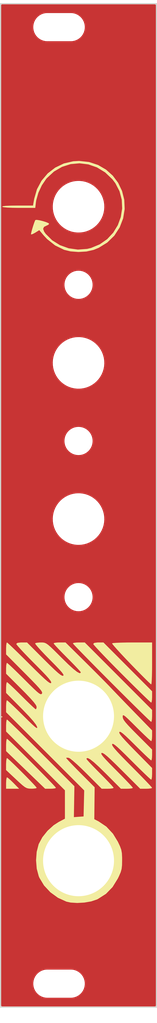
<source format=kicad_pcb>
(kicad_pcb (version 20221018) (generator pcbnew)
  (layers (0 "F.Cu" signal) (31 "B.Cu" signal) (34 "B.Paste" user) (35 "F.Paste" user) (36 "B.SilkS" user "B.Silkscreen") (37 "F.SilkS" user "F.Silkscreen") (38 "B.Mask" user) (39 "F.Mask" user) (44 "Edge.Cuts" user))
  (net 0 "")
  (footprint "drill_holes:Thonkiconn_panel_hole" (layer "F.Cu") (at 147.25 58.75)
    (fp_text reference "REF**" hide)
    (fp_text value "Thonkiconn_Panel_Hole")
    (pad "" np_thru_hole circle (at 0 0) (size 6.1 6.1) (drill 6.1) (layers "*.Cu" "*.Mask"))
  )
  (footprint "drill_holes:Thonkiconn_panel_hole" (layer "F.Cu") (at 147.25 78.75)
    (fp_text reference "REF**" hide)
    (fp_text value "Thonkiconn_Panel_Hole")
    (pad "" np_thru_hole circle (at 0 0) (size 6.1 6.1) (drill 6.1) (layers "*.Cu" "*.Mask"))
  )
  (footprint "drill_holes:Thonkiconn_panel_hole" (layer "F.Cu") (at 147.25 98.75)
    (fp_text reference "REF**" hide)
    (fp_text value "Thonkiconn_Panel_Hole")
    (pad "" np_thru_hole circle (at 0 0) (size 6.1 6.1) (drill 6.1) (layers "*.Cu" "*.Mask"))
  )
  (footprint "drill_holes:3mmLED_Panel_hole" (layer "F.Cu") (at 147.25 68.75)
    (fp_text reference "REF**" hide)
    (fp_text value "3mmLED_Panel_Hole")
    (pad "" np_thru_hole circle (at 0 0) (size 3.1 3.1) (drill 3.1) (layers "*.Cu" "*.Mask"))
  )
  (footprint "drill_holes:3mmLED_Panel_hole" (layer "F.Cu") (at 147.25 88.75)
    (fp_text reference "REF**" hide)
    (fp_text value "3mmLED_Panel_Hole")
    (pad "" np_thru_hole circle (at 0 0) (size 3.1 3.1) (drill 3.1) (layers "*.Cu" "*.Mask"))
  )
  (footprint "drill_holes:3mmLED_Panel_hole" (layer "F.Cu") (at 147.25 108.75)
    (fp_text reference "REF**" hide)
    (fp_text value "3mmLED_Panel_Hole")
    (pad "" np_thru_hole circle (at 0 0) (size 3.1 3.1) (drill 3.1) (layers "*.Cu" "*.Mask"))
  )
  (footprint "drill_holes:D6R_Panel_Hole" (layer "F.Cu") (at 147.25 124)
    (fp_text reference "REF**" (at 0 -4.2) (layer "F.SilkS"))
    (fp_text value "D6R_Panel_Hole")
    (pad "" np_thru_hole circle (at 0 0) (size 9.1 9.1) (drill 9.1) (layers "*.Cu" "*.Mask"))
  )
  (footprint "drill_holes:D6R_Panel_Hole" (layer "F.Cu") (at 147.25 142.5)
    (fp_text reference "REF**" (at 0 -4.2) (layer "F.SilkS"))
    (fp_text value "D6R_Panel_Hole")
    (pad "" np_thru_hole circle (at 0 0) (size 9.1 9.1) (drill 9.1) (layers "*.Cu" "*.Mask"))
  )
  (footprint "drill_holes:M3_Slot" (layer "F.Cu") (at 144.75 35.75)
    (fp_text reference "REF**" hide)
    (fp_text value "M3_Slot")
    (pad "" np_thru_hole oval (at 0 0) (size 6.1 3.1) (drill oval 6.1 3.1) (layers "*.Cu" "*.Mask"))
  )
  (footprint "drill_holes:M3_Slot" (layer "F.Cu") (at 144.75 158.25)
    (fp_text reference "REF**" hide)
    (fp_text value "M3_Slot")
    (pad "" np_thru_hole oval (at 0 0) (size 6.1 3.1) (drill oval 6.1 3.1) (layers "*.Cu" "*.Mask"))
  )
  (footprint "drill_holes:sig_in" (layer "F.Cu") (at 147.25 58.75)
    (fp_text reference "G***" hide)
    (fp_text value "LOGO" hide)
    (fp_poly (pts (xy 1.347118 -5.722838) (xy 2.50419 -5.341781) (xy 3.524788 -4.749731) (xy 4.389917 -3.977729) (xy 5.080578 -3.056813) (xy 5.577775 -2.018024) (xy 5.862511 -0.892401) (xy 5.915788 0.289017) (xy 5.71861 1.495191) (xy 5.27811 2.643499) (xy 4.586959 3.70655) (xy 3.681071 4.585708) (xy 2.587575 5.257604) (xy 1.93425 5.524091) (xy 1.018099 5.732041) (xy -0.014751 5.794967) (xy -1.037263 5.71316) (xy -1.845212 5.515484) (xy -3.003512 4.951734) (xy -4.031591 4.13888) (xy -4.454845 3.683496) (xy -5.03481 2.996395) (xy -5.565405 3.324321) (xy -5.884814 3.495228) (xy -6.073889 3.545195) (xy -6.096 3.52161) (xy -6.054007 3.283015) (xy -5.948652 2.887104) (xy -5.81087 2.433614) (xy -5.671599 2.022284) (xy -5.561774 1.752852) (xy -5.533296 1.707444) (xy -5.354026 1.687226) (xy -5.004065 1.742033) (xy -4.577374 1.846225) (xy -4.167914 1.974162) (xy -3.869648 2.100205) (xy -3.773715 2.187587) (xy -3.892732 2.319775) (xy -4.050893 2.390697) (xy -4.427431 2.575302) (xy -4.548076 2.830253) (xy -4.417704 3.189155) (xy -4.209397 3.483108) (xy -3.378251 4.307262) (xy -2.378145 4.927872) (xy -1.262034 5.328534) (xy -0.08287 5.492841) (xy 1.106393 5.404389) (xy 1.606513 5.284904) (xy 2.72621 4.820812) (xy 3.679841 4.154657) (xy 4.455758 3.323937) (xy 5.042313 2.366149) (xy 5.427857 1.318791) (xy 5.600742 0.219359) (xy 5.549319 -0.894649) (xy 5.261941 -1.985736) (xy 4.726959 -3.016404) (xy 4.34222 -3.52165) (xy 3.413381 -4.401876) (xy 2.376318 -5.036019) (xy 1.267667 -5.423926) (xy 0.124061 -5.565444) (xy -1.017864 -5.46042) (xy -2.121474 -5.1087) (xy -3.150133 -4.510131) (xy -4.067206 -3.66456) (xy -4.159072 -3.55721) (xy -4.714509 -2.73767) (xy -5.1578 -1.783127) (xy -5.432235 -0.822858) (xy -5.471778 -0.564825) (xy -5.555863 0.145142) (xy -7.631652 0.145142) (xy -8.452713 0.13526) (xy -9.113296 0.107451) (xy -9.572217 0.064477) (xy -9.78829 0.009098) (xy -9.797143 0) (xy -9.69864 -0.063615) (xy -9.320976 -0.109528) (xy -8.674782 -0.136944) (xy -7.861789 -0.145143) (xy -5.836731 -0.145143) (xy -5.685895 -1.001457) (xy -5.33105 -2.233752) (xy -4.742477 -3.329475) (xy -3.951492 -4.262195) (xy -2.989413 -5.005477) (xy -1.887558 -5.532888) (xy -0.677245 -5.817995) (xy 0.072571 -5.861865) (xy 1.347118 -5.722838)) (stroke (width 0.01)) (fill solid) (layer "F.SilkS"))
  )
  (footprint "drill_holes:cp_half_inch" (layer "F.Cu") (at 147.25 45.25)
    (fp_text reference "G***" hide)
    (fp_text value "LOGO" hide)
  )
  (footprint "drill_holes:btns" (layer "F.Cu") (at 147.25 131.25)
    (fp_text reference "G***" hide)
    (fp_text value "LOGO" hide)
    (fp_poly (pts (xy -9.772953 -7.208762) (xy -9.792876 -7.122475) (xy -9.869715 -7.112) (xy -9.989184 -7.165106) (xy -9.966477 -7.208762) (xy -9.794226 -7.226133) (xy -9.772953 -7.208762)) (stroke (width 0.01)) (fill solid) (layer "F.SilkS"))
    (fp_poly (pts (xy -9.023264 0.67686) (xy -8.73306 0.929964) (xy -8.365509 1.286233) (xy -8.345715 1.306285) (xy -7.630913 2.032) (xy -9.289143 2.032) (xy -9.289143 1.306285) (xy -9.268574 0.892241) (xy -9.215983 0.629486) (xy -9.17483 0.580571) (xy -9.023264 0.67686)) (stroke (width 0.01)) (fill solid) (layer "F.SilkS"))
    (fp_poly (pts (xy -9.050705 -4.255577) (xy -8.750415 -3.980008) (xy -8.308976 -3.558417) (xy -7.757214 -3.021642) (xy -7.125952 -2.400519) (xy -6.446018 -1.725887) (xy -5.748236 -1.028583) (xy -5.063431 -0.339445) (xy -4.422428 0.31069) (xy -3.856053 0.890985) (xy -3.395131 1.370601) (xy -3.070487 1.718702) (xy -2.912947 1.904449) (xy -2.902858 1.92438) (xy -3.033076 1.9871) (xy -3.364381 2.02589) (xy -3.593131 2.032) (xy -4.283404 2.032) (xy -6.786274 -0.374833) (xy -9.289143 -2.781667) (xy -9.289143 -3.567976) (xy -9.270773 -4.001464) (xy -9.223452 -4.287049) (xy -9.17902 -4.354286) (xy -9.050705 -4.255577)) (stroke (width 0.01)) (fill solid) (layer "F.SilkS"))
    (fp_poly (pts (xy 6.315383 -13.567516) (xy 9.434285 -10.443604) (xy 9.434285 -9.721231) (xy 9.414419 -9.308274) (xy 9.363647 -9.046816) (xy 9.324361 -8.998858) (xy 9.199902 -9.098009) (xy 8.894723 -9.380051) (xy 8.43262 -9.82187) (xy 7.837386 -10.400349) (xy 7.13282 -11.092373) (xy 6.342714 -11.874825) (xy 5.550647 -12.664762) (xy 4.704367 -13.516418) (xy 3.927115 -14.308025) (xy 3.242068 -15.01525) (xy 2.672401 -15.613763) (xy 2.241292 -16.079233) (xy 1.971917 -16.387329) (xy 1.886857 -16.511047) (xy 2.024979 -16.636132) (xy 2.426555 -16.689745) (xy 2.541669 -16.691429) (xy 3.19648 -16.691429) (xy 6.315383 -13.567516)) (stroke (width 0.01)) (fill solid) (layer "F.SilkS"))
    (fp_poly (pts (xy 9.434285 -14.006286) (xy 9.42871 -13.16008) (xy 9.413202 -12.424063) (xy 9.389593 -11.843269) (xy 9.359712 -11.462732) (xy 9.325428 -11.327481) (xy 9.198521 -11.429323) (xy 8.899325 -11.712272) (xy 8.456469 -12.14792) (xy 7.898581 -12.707855) (xy 7.254292 -13.363669) (xy 6.729266 -13.903767) (xy 6.046517 -14.616025) (xy 5.440583 -15.26128) (xy 4.938062 -15.81012) (xy 4.565549 -16.233136) (xy 4.349643 -16.500918) (xy 4.306689 -16.582572) (xy 4.465877 -16.617961) (xy 4.867211 -16.648543) (xy 5.462567 -16.6723) (xy 6.203818 -16.687213) (xy 6.902851 -16.691429) (xy 9.434285 -16.691429) (xy 9.434285 -14.006286)) (stroke (width 0.01)) (fill solid) (layer "F.SilkS"))
    (fp_poly (pts (xy -9.042738 -1.788837) (xy -8.746236 -1.521473) (xy -8.328691 -1.124814) (xy -7.830105 -0.638905) (xy -7.290482 -0.103793) (xy -6.749826 0.440474) (xy -6.248141 0.95385) (xy -5.825431 1.396287) (xy -5.521698 1.72774) (xy -5.376947 1.90816) (xy -5.370286 1.925161) (xy -5.500456 1.986357) (xy -5.83161 2.022079) (xy -6.059715 2.026209) (xy -6.362895 2.013515) (xy -6.615028 1.958754) (xy -6.871466 1.828155) (xy -7.187561 1.587951) (xy -7.618664 1.204371) (xy -8.022455 0.82878) (xy -9.295767 -0.362858) (xy -9.292455 -1.124858) (xy -9.271536 -1.550669) (xy -9.221356 -1.827241) (xy -9.178192 -1.886858) (xy -9.042738 -1.788837)) (stroke (width 0.01)) (fill solid) (layer "F.SilkS"))
    (fp_poly (pts (xy 5.117193 -12.372536) (xy 9.434285 -8.053644) (xy 9.434285 -7.292536) (xy 9.415422 -6.867031) (xy 9.366977 -6.590793) (xy 9.324639 -6.531429) (xy 9.203251 -6.631025) (xy 8.897387 -6.916602) (xy 8.427296 -7.36834) (xy 7.813229 -7.966421) (xy 7.075434 -8.691026) (xy 6.234161 -9.522336) (xy 5.309661 -10.440532) (xy 4.322182 -11.425796) (xy 4.244639 -11.503349) (xy 3.25539 -12.495076) (xy 2.331669 -13.425296) (xy 1.493288 -14.27376) (xy 0.760059 -15.020221) (xy 0.151793 -15.64443) (xy -0.311699 -16.126138) (xy -0.610604 -16.445097) (xy -0.725112 -16.581058) (xy -0.725715 -16.583349) (xy -0.594759 -16.643712) (xy -0.258356 -16.682941) (xy 0.037193 -16.691429) (xy 0.8001 -16.691429) (xy 5.117193 -12.372536)) (stroke (width 0.01)) (fill solid) (layer "F.SilkS"))
    (fp_poly (pts (xy 0.793842 -14.260733) (xy 1.543199 -13.518271) (xy 2.273501 -12.78984) (xy 2.942529 -12.117916) (xy 3.508064 -11.544973) (xy 3.927888 -11.113487) (xy 4.059556 -10.975154) (xy 4.403907 -10.612812) (xy 4.907536 -10.088191) (xy 5.52675 -9.446542) (xy 6.217855 -8.733113) (xy 6.937155 -7.993155) (xy 7.148285 -7.776478) (xy 9.434285 -5.431792) (xy 9.434285 -4.747896) (xy 9.413968 -4.347757) (xy 9.362324 -4.101526) (xy 9.327524 -4.064) (xy 9.194809 -4.161645) (xy 8.893353 -4.432374) (xy 8.458541 -4.842884) (xy 7.925761 -5.35987) (xy 7.440667 -5.839822) (xy 6.79874 -6.477484) (xy 6.33272 -6.929645) (xy 6.014595 -7.217401) (xy 5.81635 -7.361847) (xy 5.709971 -7.384077) (xy 5.667445 -7.305189) (xy 5.660571 -7.1803) (xy 5.690328 -6.99212) (xy 5.797388 -6.76939) (xy 6.008439 -6.479326) (xy 6.350168 -6.089142) (xy 6.84926 -5.566056) (xy 7.532402 -4.877281) (xy 7.547428 -4.862286) (xy 9.434285 -2.979617) (xy 9.434285 -2.288095) (xy 9.414151 -1.885384) (xy 9.362915 -1.636089) (xy 9.327374 -1.596572) (xy 9.195707 -1.694353) (xy 8.893576 -1.966389) (xy 8.454819 -2.380716) (xy 7.913275 -2.905369) (xy 7.302782 -3.508385) (xy 7.291416 -3.519715) (xy 6.590376 -4.211313) (xy 6.06385 -4.711592) (xy 5.687495 -5.040705) (xy 5.436963 -5.218805) (xy 5.287911 -5.266045) (xy 5.228086 -5.227744) (xy 5.228843 -5.104265) (xy 5.349791 -4.889024) (xy 5.609716 -4.559746) (xy 6.027407 -4.094156) (xy 6.621652 -3.46998) (xy 7.264044 -2.813868) (xy 9.434285 -0.615105) (xy 9.434285 0.127876) (xy 9.414837 0.547551) (xy 9.365 0.816937) (xy 9.323778 0.870857) (xy 9.19415 0.772411) (xy 8.89046 0.496214) (xy 8.442706 0.070975) (xy 7.880884 -0.474595) (xy 7.234991 -1.111787) (xy 6.824354 -1.521356) (xy 6.042327 -2.299236) (xy 5.438047 -2.886496) (xy 4.988873 -3.302542) (xy 4.672165 -3.566781) (xy 4.465285 -3.69862) (xy 4.345592 -3.717466) (xy 4.305166 -3.680789) (xy 4.304477 -3.565959) (xy 4.407722 -3.372876) (xy 4.633704 -3.079983) (xy 5.001227 -2.665721) (xy 5.529098 -2.108534) (xy 6.23612 -1.386864) (xy 6.804591 -0.815428) (xy 7.516366 -0.098849) (xy 8.155037 0.55185) (xy 8.693296 1.108213) (xy 9.103836 1.541789) (xy 9.359348 1.824124) (xy 9.434285 1.924576) (xy 9.303353 1.984657) (xy 8.967112 2.023644) (xy 8.673887 2.032) (xy 7.913489 2.032) (xy 5.567138 -0.311119) (xy 4.768939 -1.101256) (xy 4.147079 -1.699303) (xy 3.679041 -2.124643) (xy 3.342307 -2.396662) (xy 3.114359 -2.534743) (xy 2.97268 -2.558272) (xy 2.961039 -2.554563) (xy 2.905703 -2.486926) (xy 2.954441 -2.345424) (xy 3.127217 -2.106224) (xy 3.443997 -1.745491) (xy 3.924747 -1.239391) (xy 4.589429 -0.564091) (xy 4.834074 -0.318544) (xy 5.472079 0.32545) (xy 6.033896 0.901961) (xy 6.489168 1.379058) (xy 6.807539 1.724807) (xy 6.958651 1.907278) (xy 6.966857 1.9249) (xy 6.83589 1.984678) (xy 6.499412 2.023554) (xy 6.20284 2.032) (xy 5.438824 2.032) (xy 3.483428 0.072571) (xy 2.644702 -0.747821) (xy 1.985209 -1.347638) (xy 1.499944 -1.730629) (xy 1.183903 -1.900543) (xy 1.032078 -1.861129) (xy 1.016 -1.775732) (xy 1.113867 -1.641478) (xy 1.384949 -1.339549) (xy 1.795471 -0.905789) (xy 2.311656 -0.376042) (xy 2.757714 0.072571) (xy 3.332017 0.651622) (xy 3.826545 1.162157) (xy 4.207521 1.568333) (xy 4.441168 1.834306) (xy 4.499428 1.920874) (xy 4.368466 1.982898) (xy 4.031999 2.023235) (xy 3.735412 2.032) (xy 2.971395 2.032) (xy 1.028787 0.085385) (xy 0.382548 -0.547886) (xy -0.206298 -1.097998) (xy -0.701216 -1.532769) (xy -1.065671 -1.820013) (xy -1.255196 -1.926488) (xy -1.515129 -1.94552) (xy -1.596572 -1.905034) (xy -1.498971 -1.779333) (xy -1.228002 -1.483602) (xy -0.816414 -1.052214) (xy -0.296956 -0.519545) (xy 0.232755 0.015074) (xy 2.062082 1.848471) (xy 2.040289 3.89327) (xy 2.018496 5.938068) (xy 2.569533 6.219854) (xy 3.568181 6.891429) (xy 4.415538 7.798997) (xy 5.040471 8.819381) (xy 5.314332 9.398691) (xy 5.477827 9.847767) (xy 5.559037 10.287473) (xy 5.586044 10.838674) (xy 5.588 11.176) (xy 5.576955 11.822952) (xy 5.525101 12.300761) (xy 5.404356 12.730292) (xy 5.186638 13.232408) (xy 5.040471 13.532618) (xy 4.362304 14.628932) (xy 3.517698 15.495307) (xy 2.484783 16.15353) (xy 2.339653 16.223039) (xy 1.620351 16.461467) (xy 0.747781 16.610316) (xy -0.167323 16.66199) (xy -1.014226 16.608891) (xy -1.555055 16.490239) (xy -2.636382 15.999661) (xy -3.610583 15.294022) (xy -4.421838 14.424519) (xy -5.01433 13.442354) (xy -5.101523 13.237265) (xy -5.357597 12.278162) (xy -5.445061 11.199247) (xy -5.363985 10.116954) (xy -5.114437 9.147719) (xy -5.099078 9.108199) (xy -4.637811 8.25086) (xy -3.974214 7.422346) (xy -3.189793 6.712323) (xy -2.543602 6.296927) (xy -1.742404 5.878285) (xy -1.742059 4.057498) (xy -1.741715 2.236711) (xy -5.515429 -1.526788) (xy -9.289143 -5.290286) (xy -9.289143 -6.056001) (xy -9.270365 -6.482975) (xy -9.222109 -6.760937) (xy -9.179363 -6.821715) (xy -9.056497 -6.722334) (xy -8.750945 -6.438463) (xy -8.284653 -5.991503) (xy -7.679564 -5.402858) (xy -6.957624 -4.693931) (xy -6.140775 -3.886125) (xy -5.250964 -3.000843) (xy -4.802424 -2.552715) (xy -0.535264 1.716284) (xy -0.567992 3.697265) (xy -0.600719 5.678246) (xy 0.653143 5.588) (xy 0.731963 2.249714) (xy -4.27859 -2.756926) (xy -9.289143 -7.763565) (xy -9.289143 -8.526354) (xy -9.270789 -8.952401) (xy -9.22364 -9.229269) (xy -9.182232 -9.289143) (xy -9.050467 -9.191473) (xy -8.748009 -8.919733) (xy -8.308713 -8.505832) (xy -7.766433 -7.981677) (xy -7.155023 -7.379176) (xy -7.141774 -7.366) (xy -6.464469 -6.697097) (xy -5.965836 -6.218249) (xy -5.622821 -5.910773) (xy -5.412369 -5.755983) (xy -5.311426 -5.735195) (xy -5.296938 -5.829725) (xy -5.306118 -5.878286) (xy -5.454723 -6.170696) (xy -5.809376 -6.631651) (xy -6.375018 -7.266953) (xy -7.156589 -8.082405) (xy -7.346576 -8.275022) (xy -9.289143 -10.236329) (xy -9.289143 -10.923879) (xy -9.268102 -11.325243) (xy -9.21459 -11.572947) (xy -9.178017 -11.611429) (xy -9.043763 -11.513562) (xy -8.741834 -11.242479) (xy -8.308075 -10.831957) (xy -7.778328 -10.315773) (xy -7.329715 -9.869715) (xy -6.750664 -9.295412) (xy -6.240129 -8.800884) (xy -5.833953 -8.419908) (xy -5.56798 -8.186261) (xy -5.481412 -8.128) (xy -5.394803 -8.251301) (xy -5.370286 -8.456588) (xy -5.457369 -8.675127) (xy -5.725701 -9.039551) (xy -6.185905 -9.562243) (xy -6.848606 -10.255587) (xy -7.329715 -10.740572) (xy -9.289143 -12.695967) (xy -9.289143 -13.387412) (xy -9.268287 -13.790089) (xy -9.215216 -14.039354) (xy -9.178409 -14.078858) (xy -9.046946 -13.980648) (xy -8.743902 -13.706496) (xy -8.301556 -13.287111) (xy -7.752186 -12.753207) (xy -7.128073 -12.135495) (xy -6.975009 -11.982453) (xy -6.263777 -11.273792) (xy -5.726989 -10.751057) (xy -5.337005 -10.391782) (xy -5.066185 -10.173501) (xy -4.886887 -10.073747) (xy -4.771471 -10.070056) (xy -4.698179 -10.131881) (xy -4.659625 -10.231588) (xy -4.692134 -10.369862) (xy -4.81757 -10.572923) (xy -5.057799 -10.86699) (xy -5.434685 -11.278284) (xy -5.970094 -11.833024) (xy -6.685891 -12.557431) (xy -6.901578 -12.774128) (xy -9.289143 -15.170541) (xy -9.289143 -15.930985) (xy -9.270641 -16.356282) (xy -9.223125 -16.632271) (xy -9.181682 -16.691429) (xy -9.054293 -16.592891) (xy -8.750526 -16.31526) (xy -8.29846 -15.88551) (xy -7.726173 -15.330615) (xy -7.061743 -14.67755) (xy -6.376928 -13.996937) (xy -5.534891 -13.160677) (xy -4.872473 -12.51545) (xy -4.368422 -12.042721) (xy -4.001491 -11.723959) (xy -3.750427 -11.54063) (xy -3.59398 -11.474201) (xy -3.514937 -11.500893) (xy -3.498669 -11.606124) (xy -3.58749 -11.787389) (xy -3.801253 -12.067857) (xy -4.159811 -12.470703) (xy -4.683016 -13.019099) (xy -5.390723 -13.736217) (xy -5.666549 -14.012254) (xy -6.334334 -14.686866) (xy -6.926731 -15.300264) (xy -7.4144 -15.820832) (xy -7.768002 -16.216955) (xy -7.9582 -16.457017) (xy -7.982858 -16.508299) (xy -7.842858 -16.635911) (xy -7.424675 -16.689607) (xy -7.295131 -16.691429) (xy -6.607405 -16.691429) (xy -4.420552 -14.50799) (xy -3.651569 -13.747792) (xy -3.057485 -13.179674) (xy -2.614908 -12.783713) (xy -2.300446 -12.539985) (xy -2.090708 -12.428563) (xy -1.974082 -12.424175) (xy -1.91571 -12.492691) (xy -1.963148 -12.634667) (xy -2.13693 -12.874978) (xy -2.45759 -13.238494) (xy -2.945663 -13.750087) (xy -3.621682 -14.434629) (xy -3.692622 -14.505749) (xy -4.299159 -15.123481) (xy -4.819927 -15.673198) (xy -5.225287 -16.121981) (xy -5.485597 -16.43691) (xy -5.571218 -16.585068) (xy -5.568913 -16.589564) (xy -5.373558 -16.650664) (xy -4.998009 -16.68702) (xy -4.799793 -16.691429) (xy -4.563371 -16.686294) (xy -4.359379 -16.652752) (xy -4.151405 -16.563601) (xy -3.903038 -16.391637) (xy -3.577868 -16.109656) (xy -3.139482 -15.690456) (xy -2.551471 -15.106832) (xy -2.177143 -14.732) (xy -1.338417 -13.911608) (xy -0.678924 -13.311791) (xy -0.193659 -12.928801) (xy 0.122382 -12.758887) (xy 0.274207 -12.7983) (xy 0.290285 -12.883698) (xy 0.192418 -13.017952) (xy -0.078664 -13.319881) (xy -0.489186 -13.75364) (xy -1.005371 -14.283387) (xy -1.451429 -14.732) (xy -2.025732 -15.311051) (xy -2.52026 -15.821586) (xy -2.901236 -16.227762) (xy -3.134883 -16.493735) (xy -3.193143 -16.580303) (xy -3.062198 -16.642475) (xy -2.725856 -16.683006) (xy -2.431143 -16.691876) (xy -1.669143 -16.692323) (xy 0.793842 -14.260733)) (stroke (width 0.01)) (fill solid) (layer "F.SilkS"))
  )
  (gr_line (start 137.25 32.75) (end 157.25 32.75) (stroke (width 0.15)) (layer "Edge.Cuts"))
  (gr_line (start 157.25 32.75) (end 157.25 161.25) (stroke (width 0.15)) (layer "Edge.Cuts"))
  (gr_line (start 137.25 161.25) (end 137.25 32.75) (stroke (width 0.15)) (layer "Edge.Cuts"))
  (gr_line (start 157.25 161.25) (end 137.25 161.25) (stroke (width 0.15)) (layer "Edge.Cuts"))
  (zone (net 0) (net_name "") (layer "F.Cu") (connect_pads (clearance 0.508)) (min_thickness 0.254) (fill yes (thermal_gap 0.508) (thermal_bridge_width 0.508))
    (polygon (pts (xy 157.25 161.25) (xy 137.25 161.25) (xy 137.25 32.75) (xy 157.25 32.75)))
  )
)
</source>
